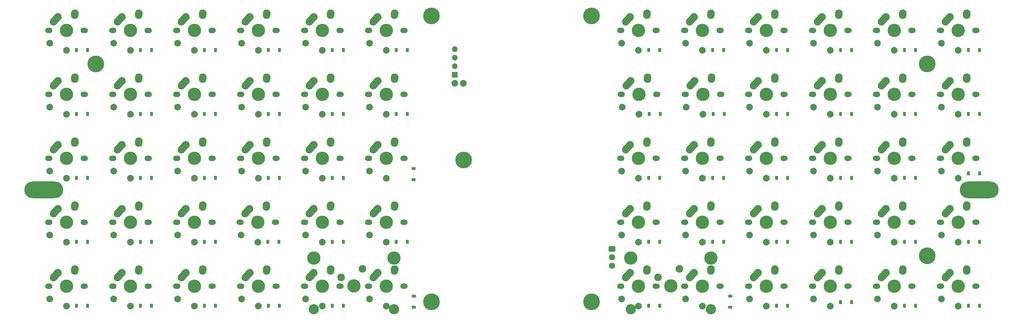
<source format=gbr>
%TF.GenerationSoftware,KiCad,Pcbnew,7.0.8-unknown-202310192121~e85eec2e6b~ubuntu22.04.1*%
%TF.CreationDate,2023-11-07T13:40:00+08:00*%
%TF.ProjectId,Cthulhu,43746875-6c68-4752-9e6b-696361645f70,rev?*%
%TF.SameCoordinates,Original*%
%TF.FileFunction,Soldermask,Bot*%
%TF.FilePolarity,Negative*%
%FSLAX46Y46*%
G04 Gerber Fmt 4.6, Leading zero omitted, Abs format (unit mm)*
G04 Created by KiCad (PCBNEW 7.0.8-unknown-202310192121~e85eec2e6b~ubuntu22.04.1) date 2023-11-07 13:40:00*
%MOMM*%
%LPD*%
G01*
G04 APERTURE LIST*
G04 Aperture macros list*
%AMRoundRect*
0 Rectangle with rounded corners*
0 $1 Rounding radius*
0 $2 $3 $4 $5 $6 $7 $8 $9 X,Y pos of 4 corners*
0 Add a 4 corners polygon primitive as box body*
4,1,4,$2,$3,$4,$5,$6,$7,$8,$9,$2,$3,0*
0 Add four circle primitives for the rounded corners*
1,1,$1+$1,$2,$3*
1,1,$1+$1,$4,$5*
1,1,$1+$1,$6,$7*
1,1,$1+$1,$8,$9*
0 Add four rect primitives between the rounded corners*
20,1,$1+$1,$2,$3,$4,$5,0*
20,1,$1+$1,$4,$5,$6,$7,0*
20,1,$1+$1,$6,$7,$8,$9,0*
20,1,$1+$1,$8,$9,$2,$3,0*%
%AMHorizOval*
0 Thick line with rounded ends*
0 $1 width*
0 $2 $3 position (X,Y) of the first rounded end (center of the circle)*
0 $4 $5 position (X,Y) of the second rounded end (center of the circle)*
0 Add line between two ends*
20,1,$1,$2,$3,$4,$5,0*
0 Add two circle primitives to create the rounded ends*
1,1,$1,$2,$3*
1,1,$1,$4,$5*%
G04 Aperture macros list end*
%ADD10O,11.600000X5.000000*%
%ADD11C,5.000000*%
%ADD12C,1.700000*%
%ADD13C,1.750000*%
%ADD14C,3.987800*%
%ADD15C,2.000000*%
%ADD16HorizOval,2.250000X0.019771X0.290016X-0.019771X-0.290016X0*%
%ADD17C,2.250000*%
%ADD18HorizOval,2.250000X0.654995X0.730004X-0.654995X-0.730004X0*%
%ADD19C,3.048000*%
%ADD20C,2.286000*%
%ADD21R,1.700000X1.700000*%
%ADD22O,1.700000X1.700000*%
%ADD23RoundRect,0.225000X0.225000X0.375000X-0.225000X0.375000X-0.225000X-0.375000X0.225000X-0.375000X0*%
%ADD24RoundRect,0.225000X0.375000X-0.225000X0.375000X0.225000X-0.375000X0.225000X-0.375000X-0.225000X0*%
%ADD25RoundRect,0.250000X-0.725000X0.600000X-0.725000X-0.600000X0.725000X-0.600000X0.725000X0.600000X0*%
%ADD26O,1.950000X1.700000*%
%ADD27RoundRect,0.225000X-0.375000X0.225000X-0.375000X-0.225000X0.375000X-0.225000X0.375000X0.225000X0*%
G04 APERTURE END LIST*
D10*
%TO.C,*%
X52800362Y-107029695D03*
%TD*%
D11*
%TO.C,*%
X215916124Y-140367223D03*
%TD*%
D10*
%TO.C,*%
X331406846Y-107029695D03*
%TD*%
D11*
%TO.C,*%
X168291084Y-55237464D03*
%TD*%
%TO.C,*%
X68278500Y-69524976D03*
%TD*%
%TO.C,*%
X315928708Y-126675024D03*
%TD*%
%TO.C,*%
X315928708Y-69524976D03*
%TD*%
%TO.C,*%
X215916124Y-55237464D03*
%TD*%
%TO.C,*%
X168291084Y-140367223D03*
%TD*%
%TO.C,*%
X177816092Y-98100000D03*
%TD*%
D12*
%TO.C,S41*%
X130225000Y-116675000D03*
X130225000Y-116675000D03*
D13*
X130645000Y-116675000D03*
X130645000Y-116675000D03*
D14*
X135725000Y-116675000D03*
X135725000Y-116675000D03*
D13*
X140805000Y-116675000D03*
X140805000Y-116675000D03*
D12*
X141225000Y-116675000D03*
X141225000Y-116675000D03*
D15*
X130725000Y-120475000D03*
D16*
X138244771Y-111884984D03*
D17*
X138265000Y-111595000D03*
D18*
X132569995Y-113404996D03*
D17*
X133225000Y-112675000D03*
D15*
X135725000Y-122575000D03*
%TD*%
D12*
%TO.C,S39*%
X92125000Y-116675000D03*
X92125000Y-116675000D03*
D13*
X92545000Y-116675000D03*
X92545000Y-116675000D03*
D14*
X97625000Y-116675000D03*
X97625000Y-116675000D03*
D13*
X102705000Y-116675000D03*
X102705000Y-116675000D03*
D12*
X103125000Y-116675000D03*
X103125000Y-116675000D03*
D15*
X92625000Y-120475000D03*
D16*
X100144771Y-111884984D03*
D17*
X100165000Y-111595000D03*
D18*
X94469995Y-113404996D03*
D17*
X95125000Y-112675000D03*
D15*
X97625000Y-122575000D03*
%TD*%
D12*
%TO.C,S9*%
X262541092Y-59525000D03*
X262541092Y-59525000D03*
D13*
X262961092Y-59525000D03*
X262961092Y-59525000D03*
D14*
X268041092Y-59525000D03*
X268041092Y-59525000D03*
D13*
X273121092Y-59525000D03*
X273121092Y-59525000D03*
D12*
X273541092Y-59525000D03*
X273541092Y-59525000D03*
D15*
X263041092Y-63325000D03*
D16*
X270560863Y-54734984D03*
D17*
X270581092Y-54445000D03*
D18*
X264886087Y-56254996D03*
D17*
X265541092Y-55525000D03*
D15*
X268041092Y-65425000D03*
%TD*%
D12*
%TO.C,S48*%
X319691092Y-116675000D03*
X319691092Y-116675000D03*
D13*
X320111092Y-116675000D03*
X320111092Y-116675000D03*
D14*
X325191092Y-116675000D03*
X325191092Y-116675000D03*
D13*
X330271092Y-116675000D03*
X330271092Y-116675000D03*
D12*
X330691092Y-116675000D03*
X330691092Y-116675000D03*
D15*
X320191092Y-120475000D03*
D16*
X327710863Y-111884984D03*
D17*
X327731092Y-111595000D03*
D18*
X322036087Y-113404996D03*
D17*
X322691092Y-112675000D03*
D15*
X325191092Y-122575000D03*
%TD*%
D12*
%TO.C,S58*%
X281591092Y-135725000D03*
X281591092Y-135725000D03*
D13*
X282011092Y-135725000D03*
X282011092Y-135725000D03*
D14*
X287091092Y-135725000D03*
X287091092Y-135725000D03*
D13*
X292171092Y-135725000D03*
X292171092Y-135725000D03*
D12*
X292591092Y-135725000D03*
X292591092Y-135725000D03*
D15*
X282091092Y-139525000D03*
D16*
X289610863Y-130934984D03*
D17*
X289631092Y-130645000D03*
D18*
X283936087Y-132454996D03*
D17*
X284591092Y-131725000D03*
D15*
X287091092Y-141625000D03*
%TD*%
D12*
%TO.C,S33*%
X262541092Y-97625000D03*
X262541092Y-97625000D03*
D13*
X262961092Y-97625000D03*
X262961092Y-97625000D03*
D14*
X268041092Y-97625000D03*
X268041092Y-97625000D03*
D13*
X273121092Y-97625000D03*
X273121092Y-97625000D03*
D12*
X273541092Y-97625000D03*
X273541092Y-97625000D03*
D15*
X263041092Y-101425000D03*
D16*
X270560863Y-92834984D03*
D17*
X270581092Y-92545000D03*
D18*
X264886087Y-94354996D03*
D17*
X265541092Y-93625000D03*
D15*
X268041092Y-103525000D03*
%TD*%
D12*
%TO.C,S1*%
X54025000Y-59525000D03*
X54025000Y-59525000D03*
D13*
X54445000Y-59525000D03*
X54445000Y-59525000D03*
D14*
X59525000Y-59525000D03*
X59525000Y-59525000D03*
D13*
X64605000Y-59525000D03*
X64605000Y-59525000D03*
D12*
X65025000Y-59525000D03*
X65025000Y-59525000D03*
D15*
X54525000Y-63325000D03*
D16*
X62044771Y-54734984D03*
D17*
X62065000Y-54445000D03*
D18*
X56369995Y-56254996D03*
D17*
X57025000Y-55525000D03*
D15*
X59525000Y-65425000D03*
%TD*%
D12*
%TO.C,S2*%
X73075000Y-59525000D03*
X73075000Y-59525000D03*
D13*
X73495000Y-59525000D03*
X73495000Y-59525000D03*
D14*
X78575000Y-59525000D03*
X78575000Y-59525000D03*
D13*
X83655000Y-59525000D03*
X83655000Y-59525000D03*
D12*
X84075000Y-59525000D03*
X84075000Y-59525000D03*
D15*
X73575000Y-63325000D03*
D16*
X81094771Y-54734984D03*
D17*
X81115000Y-54445000D03*
D18*
X75419995Y-56254996D03*
D17*
X76075000Y-55525000D03*
D15*
X78575000Y-65425000D03*
%TD*%
D12*
%TO.C,S57*%
X262541092Y-135725000D03*
X262541092Y-135725000D03*
D13*
X262961092Y-135725000D03*
X262961092Y-135725000D03*
D14*
X268041092Y-135725000D03*
X268041092Y-135725000D03*
D13*
X273121092Y-135725000D03*
X273121092Y-135725000D03*
D12*
X273541092Y-135725000D03*
X273541092Y-135725000D03*
D15*
X263041092Y-139525000D03*
D16*
X270560863Y-130934984D03*
D17*
X270581092Y-130645000D03*
D18*
X264886087Y-132454996D03*
D17*
X265541092Y-131725000D03*
D15*
X268041092Y-141625000D03*
%TD*%
D12*
%TO.C,S32*%
X243491092Y-97625000D03*
X243491092Y-97625000D03*
D13*
X243911092Y-97625000D03*
X243911092Y-97625000D03*
D14*
X248991092Y-97625000D03*
X248991092Y-97625000D03*
D13*
X254071092Y-97625000D03*
X254071092Y-97625000D03*
D12*
X254491092Y-97625000D03*
X254491092Y-97625000D03*
D15*
X243991092Y-101425000D03*
D16*
X251510863Y-92834984D03*
D17*
X251531092Y-92545000D03*
D18*
X245836087Y-94354996D03*
D17*
X246491092Y-93625000D03*
D15*
X248991092Y-103525000D03*
%TD*%
D12*
%TO.C,S60*%
X319691092Y-135725000D03*
X319691092Y-135725000D03*
D13*
X320111092Y-135725000D03*
X320111092Y-135725000D03*
D14*
X325191092Y-135725000D03*
X325191092Y-135725000D03*
D13*
X330271092Y-135725000D03*
X330271092Y-135725000D03*
D12*
X330691092Y-135725000D03*
X330691092Y-135725000D03*
D15*
X320191092Y-139525000D03*
D16*
X327710863Y-130934984D03*
D17*
X327731092Y-130645000D03*
D18*
X322036087Y-132454996D03*
D17*
X322691092Y-131725000D03*
D15*
X325191092Y-141625000D03*
%TD*%
D12*
%TO.C,S8*%
X243491092Y-59525000D03*
X243491092Y-59525000D03*
D13*
X243911092Y-59525000D03*
X243911092Y-59525000D03*
D14*
X248991092Y-59525000D03*
X248991092Y-59525000D03*
D13*
X254071092Y-59525000D03*
X254071092Y-59525000D03*
D12*
X254491092Y-59525000D03*
X254491092Y-59525000D03*
D15*
X243991092Y-63325000D03*
D16*
X251510863Y-54734984D03*
D17*
X251531092Y-54445000D03*
D18*
X245836087Y-56254996D03*
D17*
X246491092Y-55525000D03*
D15*
X248991092Y-65425000D03*
%TD*%
D12*
%TO.C,S30*%
X149275000Y-97625000D03*
X149275000Y-97625000D03*
D13*
X149695000Y-97625000D03*
X149695000Y-97625000D03*
D14*
X154775000Y-97625000D03*
X154775000Y-97625000D03*
D13*
X159855000Y-97625000D03*
X159855000Y-97625000D03*
D12*
X160275000Y-97625000D03*
X160275000Y-97625000D03*
D15*
X149775000Y-101425000D03*
D16*
X157294771Y-92834984D03*
D17*
X157315000Y-92545000D03*
D18*
X151619995Y-94354996D03*
D17*
X152275000Y-93625000D03*
D15*
X154775000Y-103525000D03*
%TD*%
D12*
%TO.C,S14*%
X73075000Y-78575000D03*
X73075000Y-78575000D03*
D13*
X73495000Y-78575000D03*
X73495000Y-78575000D03*
D14*
X78575000Y-78575000D03*
X78575000Y-78575000D03*
D13*
X83655000Y-78575000D03*
X83655000Y-78575000D03*
D12*
X84075000Y-78575000D03*
X84075000Y-78575000D03*
D15*
X73575000Y-82375000D03*
D16*
X81094771Y-73784984D03*
D17*
X81115000Y-73495000D03*
D18*
X75419995Y-75304996D03*
D17*
X76075000Y-74575000D03*
D15*
X78575000Y-84475000D03*
%TD*%
D12*
%TO.C,S28*%
X111175000Y-97625000D03*
X111175000Y-97625000D03*
D13*
X111595000Y-97625000D03*
X111595000Y-97625000D03*
D14*
X116675000Y-97625000D03*
X116675000Y-97625000D03*
D13*
X121755000Y-97625000D03*
X121755000Y-97625000D03*
D12*
X122175000Y-97625000D03*
X122175000Y-97625000D03*
D15*
X111675000Y-101425000D03*
D16*
X119194771Y-92834984D03*
D17*
X119215000Y-92545000D03*
D18*
X113519995Y-94354996D03*
D17*
X114175000Y-93625000D03*
D15*
X116675000Y-103525000D03*
%TD*%
D12*
%TO.C,S53*%
X130225000Y-135725000D03*
X130225000Y-135725000D03*
D13*
X130645000Y-135725000D03*
X130645000Y-135725000D03*
D14*
X135725000Y-135725000D03*
X135725000Y-135725000D03*
D13*
X140805000Y-135725000D03*
X140805000Y-135725000D03*
D12*
X141225000Y-135725000D03*
X141225000Y-135725000D03*
D15*
X130725000Y-139525000D03*
D16*
X138244771Y-130934984D03*
D17*
X138265000Y-130645000D03*
D18*
X132569995Y-132454996D03*
D17*
X133225000Y-131725000D03*
D15*
X135725000Y-141625000D03*
%TD*%
D12*
%TO.C,S50*%
X73075000Y-135725000D03*
X73075000Y-135725000D03*
D13*
X73495000Y-135725000D03*
X73495000Y-135725000D03*
D14*
X78575000Y-135725000D03*
X78575000Y-135725000D03*
D13*
X83655000Y-135725000D03*
X83655000Y-135725000D03*
D12*
X84075000Y-135725000D03*
X84075000Y-135725000D03*
D15*
X73575000Y-139525000D03*
D16*
X81094771Y-130934984D03*
D17*
X81115000Y-130645000D03*
D18*
X75419995Y-132454996D03*
D17*
X76075000Y-131725000D03*
D15*
X78575000Y-141625000D03*
%TD*%
D12*
%TO.C,S42*%
X149275000Y-116675000D03*
X149275000Y-116675000D03*
D13*
X149695000Y-116675000D03*
X149695000Y-116675000D03*
D14*
X154775000Y-116675000D03*
X154775000Y-116675000D03*
D13*
X159855000Y-116675000D03*
X159855000Y-116675000D03*
D12*
X160275000Y-116675000D03*
X160275000Y-116675000D03*
D15*
X149775000Y-120475000D03*
D16*
X157294771Y-111884984D03*
D17*
X157315000Y-111595000D03*
D18*
X151619995Y-113404996D03*
D17*
X152275000Y-112675000D03*
D15*
X154775000Y-122575000D03*
%TD*%
D12*
%TO.C,S22*%
X281591092Y-78575000D03*
X281591092Y-78575000D03*
D13*
X282011092Y-78575000D03*
X282011092Y-78575000D03*
D14*
X287091092Y-78575000D03*
X287091092Y-78575000D03*
D13*
X292171092Y-78575000D03*
X292171092Y-78575000D03*
D12*
X292591092Y-78575000D03*
X292591092Y-78575000D03*
D15*
X282091092Y-82375000D03*
D16*
X289610863Y-73784984D03*
D17*
X289631092Y-73495000D03*
D18*
X283936087Y-75304996D03*
D17*
X284591092Y-74575000D03*
D15*
X287091092Y-84475000D03*
%TD*%
D12*
%TO.C,S20*%
X243618092Y-78575000D03*
X243618092Y-78575000D03*
D13*
X244038092Y-78575000D03*
X244038092Y-78575000D03*
D14*
X249118092Y-78575000D03*
X249118092Y-78575000D03*
D13*
X254198092Y-78575000D03*
X254198092Y-78575000D03*
D12*
X254618092Y-78575000D03*
X254618092Y-78575000D03*
D15*
X244118092Y-82375000D03*
D16*
X251637863Y-73784984D03*
D17*
X251658092Y-73495000D03*
D18*
X245963087Y-75304996D03*
D17*
X246618092Y-74575000D03*
D15*
X249118092Y-84475000D03*
%TD*%
%TO.C,J4*%
X177786092Y-75275000D03*
X175246092Y-75275000D03*
%TD*%
D12*
%TO.C,S49*%
X54025000Y-135725000D03*
X54025000Y-135725000D03*
D13*
X54445000Y-135725000D03*
X54445000Y-135725000D03*
D14*
X59525000Y-135725000D03*
X59525000Y-135725000D03*
D13*
X64605000Y-135725000D03*
X64605000Y-135725000D03*
D12*
X65025000Y-135725000D03*
X65025000Y-135725000D03*
D15*
X54525000Y-139525000D03*
D16*
X62044771Y-130934984D03*
D17*
X62065000Y-130645000D03*
D18*
X56369995Y-132454996D03*
D17*
X57025000Y-131725000D03*
D15*
X59525000Y-141625000D03*
%TD*%
D12*
%TO.C,S45*%
X262541092Y-116675000D03*
X262541092Y-116675000D03*
D13*
X262961092Y-116675000D03*
X262961092Y-116675000D03*
D14*
X268041092Y-116675000D03*
X268041092Y-116675000D03*
D13*
X273121092Y-116675000D03*
X273121092Y-116675000D03*
D12*
X273541092Y-116675000D03*
X273541092Y-116675000D03*
D15*
X263041092Y-120475000D03*
D16*
X270560863Y-111884984D03*
D17*
X270581092Y-111595000D03*
D18*
X264886087Y-113404996D03*
D17*
X265541092Y-112675000D03*
D15*
X268041092Y-122575000D03*
%TD*%
D12*
%TO.C,S44*%
X243491092Y-116675000D03*
X243491092Y-116675000D03*
D13*
X243911092Y-116675000D03*
X243911092Y-116675000D03*
D14*
X248991092Y-116675000D03*
X248991092Y-116675000D03*
D13*
X254071092Y-116675000D03*
X254071092Y-116675000D03*
D12*
X254491092Y-116675000D03*
X254491092Y-116675000D03*
D15*
X243991092Y-120475000D03*
D16*
X251510863Y-111884984D03*
D17*
X251531092Y-111595000D03*
D18*
X245836087Y-113404996D03*
D17*
X246491092Y-112675000D03*
D15*
X248991092Y-122575000D03*
%TD*%
D12*
%TO.C,S23*%
X300641092Y-78575000D03*
X300641092Y-78575000D03*
D13*
X301061092Y-78575000D03*
X301061092Y-78575000D03*
D14*
X306141092Y-78575000D03*
X306141092Y-78575000D03*
D13*
X311221092Y-78575000D03*
X311221092Y-78575000D03*
D12*
X311641092Y-78575000D03*
X311641092Y-78575000D03*
D15*
X301141092Y-82375000D03*
D16*
X308660863Y-73784984D03*
D17*
X308681092Y-73495000D03*
D18*
X302986087Y-75304996D03*
D17*
X303641092Y-74575000D03*
D15*
X306141092Y-84475000D03*
%TD*%
D12*
%TO.C,S55*%
X224441092Y-135725000D03*
X224441092Y-135725000D03*
D13*
X224861092Y-135725000D03*
X224861092Y-135725000D03*
D14*
X229941092Y-135725000D03*
X229941092Y-135725000D03*
D13*
X235021092Y-135725000D03*
X235021092Y-135725000D03*
D12*
X235441092Y-135725000D03*
X235441092Y-135725000D03*
D15*
X224941092Y-139525000D03*
D16*
X232460863Y-130934984D03*
D17*
X232481092Y-130645000D03*
D18*
X226786087Y-132454996D03*
D17*
X227441092Y-131725000D03*
D15*
X229941092Y-141625000D03*
%TD*%
D12*
%TO.C,S18*%
X149275000Y-78575000D03*
X149275000Y-78575000D03*
D13*
X149695000Y-78575000D03*
X149695000Y-78575000D03*
D14*
X154775000Y-78575000D03*
X154775000Y-78575000D03*
D13*
X159855000Y-78575000D03*
X159855000Y-78575000D03*
D12*
X160275000Y-78575000D03*
X160275000Y-78575000D03*
D15*
X149775000Y-82375000D03*
D16*
X157294771Y-73784984D03*
D17*
X157315000Y-73495000D03*
D18*
X151619995Y-75304996D03*
D17*
X152275000Y-74575000D03*
D15*
X154775000Y-84475000D03*
%TD*%
D14*
%TO.C,S61*%
X133185000Y-127343000D03*
D19*
X133185000Y-142583000D03*
D14*
X145123000Y-135598000D03*
X157061000Y-127343000D03*
D19*
X157061000Y-142583000D03*
D20*
X147663000Y-130518000D03*
X141313000Y-133058000D03*
%TD*%
D12*
%TO.C,S13*%
X54025000Y-78575000D03*
X54025000Y-78575000D03*
D13*
X54445000Y-78575000D03*
X54445000Y-78575000D03*
D14*
X59525000Y-78575000D03*
X59525000Y-78575000D03*
D13*
X64605000Y-78575000D03*
X64605000Y-78575000D03*
D12*
X65025000Y-78575000D03*
X65025000Y-78575000D03*
D15*
X54525000Y-82375000D03*
D16*
X62044771Y-73784984D03*
D17*
X62065000Y-73495000D03*
D18*
X56369995Y-75304996D03*
D17*
X57025000Y-74575000D03*
D15*
X59525000Y-84475000D03*
%TD*%
D12*
%TO.C,S15*%
X92125000Y-78575000D03*
X92125000Y-78575000D03*
D13*
X92545000Y-78575000D03*
X92545000Y-78575000D03*
D14*
X97625000Y-78575000D03*
X97625000Y-78575000D03*
D13*
X102705000Y-78575000D03*
X102705000Y-78575000D03*
D12*
X103125000Y-78575000D03*
X103125000Y-78575000D03*
D15*
X92625000Y-82375000D03*
D16*
X100144771Y-73784984D03*
D17*
X100165000Y-73495000D03*
D18*
X94469995Y-75304996D03*
D17*
X95125000Y-74575000D03*
D15*
X97625000Y-84475000D03*
%TD*%
D12*
%TO.C,S38*%
X73075000Y-116675000D03*
X73075000Y-116675000D03*
D13*
X73495000Y-116675000D03*
X73495000Y-116675000D03*
D14*
X78575000Y-116675000D03*
X78575000Y-116675000D03*
D13*
X83655000Y-116675000D03*
X83655000Y-116675000D03*
D12*
X84075000Y-116675000D03*
X84075000Y-116675000D03*
D15*
X73575000Y-120475000D03*
D16*
X81094771Y-111884984D03*
D17*
X81115000Y-111595000D03*
D18*
X75419995Y-113404996D03*
D17*
X76075000Y-112675000D03*
D15*
X78575000Y-122575000D03*
%TD*%
D12*
%TO.C,S11*%
X300641092Y-59525000D03*
X300641092Y-59525000D03*
D13*
X301061092Y-59525000D03*
X301061092Y-59525000D03*
D14*
X306141092Y-59525000D03*
X306141092Y-59525000D03*
D13*
X311221092Y-59525000D03*
X311221092Y-59525000D03*
D12*
X311641092Y-59525000D03*
X311641092Y-59525000D03*
D15*
X301141092Y-63325000D03*
D16*
X308660863Y-54734984D03*
D17*
X308681092Y-54445000D03*
D18*
X302986087Y-56254996D03*
D17*
X303641092Y-55525000D03*
D15*
X306141092Y-65425000D03*
%TD*%
D12*
%TO.C,S26*%
X73075000Y-97625000D03*
X73075000Y-97625000D03*
D13*
X73495000Y-97625000D03*
X73495000Y-97625000D03*
D14*
X78575000Y-97625000D03*
X78575000Y-97625000D03*
D13*
X83655000Y-97625000D03*
X83655000Y-97625000D03*
D12*
X84075000Y-97625000D03*
X84075000Y-97625000D03*
D15*
X73575000Y-101425000D03*
D16*
X81094771Y-92834984D03*
D17*
X81115000Y-92545000D03*
D18*
X75419995Y-94354996D03*
D17*
X76075000Y-93625000D03*
D15*
X78575000Y-103525000D03*
%TD*%
D12*
%TO.C,S12*%
X319691092Y-59525000D03*
X319691092Y-59525000D03*
D13*
X320111092Y-59525000D03*
X320111092Y-59525000D03*
D14*
X325191092Y-59525000D03*
X325191092Y-59525000D03*
D13*
X330271092Y-59525000D03*
X330271092Y-59525000D03*
D12*
X330691092Y-59525000D03*
X330691092Y-59525000D03*
D15*
X320191092Y-63325000D03*
D16*
X327710863Y-54734984D03*
D17*
X327731092Y-54445000D03*
D18*
X322036087Y-56254996D03*
D17*
X322691092Y-55525000D03*
D15*
X325191092Y-65425000D03*
%TD*%
D12*
%TO.C,S25*%
X54025000Y-97625000D03*
X54025000Y-97625000D03*
D13*
X54445000Y-97625000D03*
X54445000Y-97625000D03*
D14*
X59525000Y-97625000D03*
X59525000Y-97625000D03*
D13*
X64605000Y-97625000D03*
X64605000Y-97625000D03*
D12*
X65025000Y-97625000D03*
X65025000Y-97625000D03*
D15*
X54525000Y-101425000D03*
D16*
X62044771Y-92834984D03*
D17*
X62065000Y-92545000D03*
D18*
X56369995Y-94354996D03*
D17*
X57025000Y-93625000D03*
D15*
X59525000Y-103525000D03*
%TD*%
D14*
%TO.C,S62*%
X227655092Y-127343000D03*
D19*
X227655092Y-142583000D03*
D14*
X239593092Y-135598000D03*
X251531092Y-127343000D03*
D19*
X251531092Y-142583000D03*
D20*
X242133092Y-130518000D03*
X235783092Y-133058000D03*
%TD*%
D12*
%TO.C,S6*%
X149275000Y-59525000D03*
X149275000Y-59525000D03*
D13*
X149695000Y-59525000D03*
X149695000Y-59525000D03*
D14*
X154775000Y-59525000D03*
X154775000Y-59525000D03*
D13*
X159855000Y-59525000D03*
X159855000Y-59525000D03*
D12*
X160275000Y-59525000D03*
X160275000Y-59525000D03*
D15*
X149775000Y-63325000D03*
D16*
X157294771Y-54734984D03*
D17*
X157315000Y-54445000D03*
D18*
X151619995Y-56254996D03*
D17*
X152275000Y-55525000D03*
D15*
X154775000Y-65425000D03*
%TD*%
D12*
%TO.C,S52*%
X111175000Y-135725000D03*
X111175000Y-135725000D03*
D13*
X111595000Y-135725000D03*
X111595000Y-135725000D03*
D14*
X116675000Y-135725000D03*
X116675000Y-135725000D03*
D13*
X121755000Y-135725000D03*
X121755000Y-135725000D03*
D12*
X122175000Y-135725000D03*
X122175000Y-135725000D03*
D15*
X111675000Y-139525000D03*
D16*
X119194771Y-130934984D03*
D17*
X119215000Y-130645000D03*
D18*
X113519995Y-132454996D03*
D17*
X114175000Y-131725000D03*
D15*
X116675000Y-141625000D03*
%TD*%
D12*
%TO.C,S36*%
X319691092Y-97625000D03*
X319691092Y-97625000D03*
D13*
X320111092Y-97625000D03*
X320111092Y-97625000D03*
D14*
X325191092Y-97625000D03*
X325191092Y-97625000D03*
D13*
X330271092Y-97625000D03*
X330271092Y-97625000D03*
D12*
X330691092Y-97625000D03*
X330691092Y-97625000D03*
D15*
X320191092Y-101425000D03*
D16*
X327710863Y-92834984D03*
D17*
X327731092Y-92545000D03*
D18*
X322036087Y-94354996D03*
D17*
X322691092Y-93625000D03*
D15*
X325191092Y-103525000D03*
%TD*%
D12*
%TO.C,S27*%
X92125000Y-97625000D03*
X92125000Y-97625000D03*
D13*
X92545000Y-97625000D03*
X92545000Y-97625000D03*
D14*
X97625000Y-97625000D03*
X97625000Y-97625000D03*
D13*
X102705000Y-97625000D03*
X102705000Y-97625000D03*
D12*
X103125000Y-97625000D03*
X103125000Y-97625000D03*
D15*
X92625000Y-101425000D03*
D16*
X100144771Y-92834984D03*
D17*
X100165000Y-92545000D03*
D18*
X94469995Y-94354996D03*
D17*
X95125000Y-93625000D03*
D15*
X97625000Y-103525000D03*
%TD*%
D12*
%TO.C,S59*%
X300641092Y-135725000D03*
X300641092Y-135725000D03*
D13*
X301061092Y-135725000D03*
X301061092Y-135725000D03*
D14*
X306141092Y-135725000D03*
X306141092Y-135725000D03*
D13*
X311221092Y-135725000D03*
X311221092Y-135725000D03*
D12*
X311641092Y-135725000D03*
X311641092Y-135725000D03*
D15*
X301141092Y-139525000D03*
D16*
X308660863Y-130934984D03*
D17*
X308681092Y-130645000D03*
D18*
X302986087Y-132454996D03*
D17*
X303641092Y-131725000D03*
D15*
X306141092Y-141625000D03*
%TD*%
D12*
%TO.C,S43*%
X224441092Y-116675000D03*
X224441092Y-116675000D03*
D13*
X224861092Y-116675000D03*
X224861092Y-116675000D03*
D14*
X229941092Y-116675000D03*
X229941092Y-116675000D03*
D13*
X235021092Y-116675000D03*
X235021092Y-116675000D03*
D12*
X235441092Y-116675000D03*
X235441092Y-116675000D03*
D15*
X224941092Y-120475000D03*
D16*
X232460863Y-111884984D03*
D17*
X232481092Y-111595000D03*
D18*
X226786087Y-113404996D03*
D17*
X227441092Y-112675000D03*
D15*
X229941092Y-122575000D03*
%TD*%
D12*
%TO.C,S24*%
X319691092Y-78575000D03*
X319691092Y-78575000D03*
D13*
X320111092Y-78575000D03*
X320111092Y-78575000D03*
D14*
X325191092Y-78575000D03*
X325191092Y-78575000D03*
D13*
X330271092Y-78575000D03*
X330271092Y-78575000D03*
D12*
X330691092Y-78575000D03*
X330691092Y-78575000D03*
D15*
X320191092Y-82375000D03*
D16*
X327710863Y-73784984D03*
D17*
X327731092Y-73495000D03*
D18*
X322036087Y-75304996D03*
D17*
X322691092Y-74575000D03*
D15*
X325191092Y-84475000D03*
%TD*%
D12*
%TO.C,S16*%
X111175000Y-78575000D03*
X111175000Y-78575000D03*
D13*
X111595000Y-78575000D03*
X111595000Y-78575000D03*
D14*
X116675000Y-78575000D03*
X116675000Y-78575000D03*
D13*
X121755000Y-78575000D03*
X121755000Y-78575000D03*
D12*
X122175000Y-78575000D03*
X122175000Y-78575000D03*
D15*
X111675000Y-82375000D03*
D16*
X119194771Y-73784984D03*
D17*
X119215000Y-73495000D03*
D18*
X113519995Y-75304996D03*
D17*
X114175000Y-74575000D03*
D15*
X116675000Y-84475000D03*
%TD*%
D12*
%TO.C,S4*%
X111175000Y-59525000D03*
X111175000Y-59525000D03*
D13*
X111595000Y-59525000D03*
X111595000Y-59525000D03*
D14*
X116675000Y-59525000D03*
X116675000Y-59525000D03*
D13*
X121755000Y-59525000D03*
X121755000Y-59525000D03*
D12*
X122175000Y-59525000D03*
X122175000Y-59525000D03*
D15*
X111675000Y-63325000D03*
D16*
X119194771Y-54734984D03*
D17*
X119215000Y-54445000D03*
D18*
X113519995Y-56254996D03*
D17*
X114175000Y-55525000D03*
D15*
X116675000Y-65425000D03*
%TD*%
D12*
%TO.C,S51*%
X92125000Y-135725000D03*
X92125000Y-135725000D03*
D13*
X92545000Y-135725000D03*
X92545000Y-135725000D03*
D14*
X97625000Y-135725000D03*
X97625000Y-135725000D03*
D13*
X102705000Y-135725000D03*
X102705000Y-135725000D03*
D12*
X103125000Y-135725000D03*
X103125000Y-135725000D03*
D15*
X92625000Y-139525000D03*
D16*
X100144771Y-130934984D03*
D17*
X100165000Y-130645000D03*
D18*
X94469995Y-132454996D03*
D17*
X95125000Y-131725000D03*
D15*
X97625000Y-141625000D03*
%TD*%
D12*
%TO.C,S40*%
X111048000Y-116675000D03*
X111048000Y-116675000D03*
D13*
X111468000Y-116675000D03*
X111468000Y-116675000D03*
D14*
X116548000Y-116675000D03*
X116548000Y-116675000D03*
D13*
X121628000Y-116675000D03*
X121628000Y-116675000D03*
D12*
X122048000Y-116675000D03*
X122048000Y-116675000D03*
D15*
X111548000Y-120475000D03*
D16*
X119067771Y-111884984D03*
D17*
X119088000Y-111595000D03*
D18*
X113392995Y-113404996D03*
D17*
X114048000Y-112675000D03*
D15*
X116548000Y-122575000D03*
%TD*%
D12*
%TO.C,S10*%
X281591092Y-59525000D03*
X281591092Y-59525000D03*
D13*
X282011092Y-59525000D03*
X282011092Y-59525000D03*
D14*
X287091092Y-59525000D03*
X287091092Y-59525000D03*
D13*
X292171092Y-59525000D03*
X292171092Y-59525000D03*
D12*
X292591092Y-59525000D03*
X292591092Y-59525000D03*
D15*
X282091092Y-63325000D03*
D16*
X289610863Y-54734984D03*
D17*
X289631092Y-54445000D03*
D18*
X283936087Y-56254996D03*
D17*
X284591092Y-55525000D03*
D15*
X287091092Y-65425000D03*
%TD*%
D12*
%TO.C,S31*%
X224441092Y-97625000D03*
X224441092Y-97625000D03*
D13*
X224861092Y-97625000D03*
X224861092Y-97625000D03*
D14*
X229941092Y-97625000D03*
X229941092Y-97625000D03*
D13*
X235021092Y-97625000D03*
X235021092Y-97625000D03*
D12*
X235441092Y-97625000D03*
X235441092Y-97625000D03*
D15*
X224941092Y-101425000D03*
D16*
X232460863Y-92834984D03*
D17*
X232481092Y-92545000D03*
D18*
X226786087Y-94354996D03*
D17*
X227441092Y-93625000D03*
D15*
X229941092Y-103525000D03*
%TD*%
D12*
%TO.C,S29*%
X130225000Y-97625000D03*
X130225000Y-97625000D03*
D13*
X130645000Y-97625000D03*
X130645000Y-97625000D03*
D14*
X135725000Y-97625000D03*
X135725000Y-97625000D03*
D13*
X140805000Y-97625000D03*
X140805000Y-97625000D03*
D12*
X141225000Y-97625000D03*
X141225000Y-97625000D03*
D15*
X130725000Y-101425000D03*
D16*
X138244771Y-92834984D03*
D17*
X138265000Y-92545000D03*
D18*
X132569995Y-94354996D03*
D17*
X133225000Y-93625000D03*
D15*
X135725000Y-103525000D03*
%TD*%
D12*
%TO.C,S37*%
X54025000Y-116675000D03*
X54025000Y-116675000D03*
D13*
X54445000Y-116675000D03*
X54445000Y-116675000D03*
D14*
X59525000Y-116675000D03*
X59525000Y-116675000D03*
D13*
X64605000Y-116675000D03*
X64605000Y-116675000D03*
D12*
X65025000Y-116675000D03*
X65025000Y-116675000D03*
D15*
X54525000Y-120475000D03*
D16*
X62044771Y-111884984D03*
D17*
X62065000Y-111595000D03*
D18*
X56369995Y-113404996D03*
D17*
X57025000Y-112675000D03*
D15*
X59525000Y-122575000D03*
%TD*%
D12*
%TO.C,S3*%
X92125000Y-59525000D03*
X92125000Y-59525000D03*
D13*
X92545000Y-59525000D03*
X92545000Y-59525000D03*
D14*
X97625000Y-59525000D03*
X97625000Y-59525000D03*
D13*
X102705000Y-59525000D03*
X102705000Y-59525000D03*
D12*
X103125000Y-59525000D03*
X103125000Y-59525000D03*
D15*
X92625000Y-63325000D03*
D16*
X100144771Y-54734984D03*
D17*
X100165000Y-54445000D03*
D18*
X94469995Y-56254996D03*
D17*
X95125000Y-55525000D03*
D15*
X97625000Y-65425000D03*
%TD*%
D12*
%TO.C,S35*%
X300641092Y-97625000D03*
X300641092Y-97625000D03*
D13*
X301061092Y-97625000D03*
X301061092Y-97625000D03*
D14*
X306141092Y-97625000D03*
X306141092Y-97625000D03*
D13*
X311221092Y-97625000D03*
X311221092Y-97625000D03*
D12*
X311641092Y-97625000D03*
X311641092Y-97625000D03*
D15*
X301141092Y-101425000D03*
D16*
X308660863Y-92834984D03*
D17*
X308681092Y-92545000D03*
D18*
X302986087Y-94354996D03*
D17*
X303641092Y-93625000D03*
D15*
X306141092Y-103525000D03*
%TD*%
D12*
%TO.C,S46*%
X281591092Y-116675000D03*
X281591092Y-116675000D03*
D13*
X282011092Y-116675000D03*
X282011092Y-116675000D03*
D14*
X287091092Y-116675000D03*
X287091092Y-116675000D03*
D13*
X292171092Y-116675000D03*
X292171092Y-116675000D03*
D12*
X292591092Y-116675000D03*
X292591092Y-116675000D03*
D15*
X282091092Y-120475000D03*
D16*
X289610863Y-111884984D03*
D17*
X289631092Y-111595000D03*
D18*
X283936087Y-113404996D03*
D17*
X284591092Y-112675000D03*
D15*
X287091092Y-122575000D03*
%TD*%
D12*
%TO.C,S21*%
X262541092Y-78575000D03*
X262541092Y-78575000D03*
D13*
X262961092Y-78575000D03*
X262961092Y-78575000D03*
D14*
X268041092Y-78575000D03*
X268041092Y-78575000D03*
D13*
X273121092Y-78575000D03*
X273121092Y-78575000D03*
D12*
X273541092Y-78575000D03*
X273541092Y-78575000D03*
D15*
X263041092Y-82375000D03*
D16*
X270560863Y-73784984D03*
D17*
X270581092Y-73495000D03*
D18*
X264886087Y-75304996D03*
D17*
X265541092Y-74575000D03*
D15*
X268041092Y-84475000D03*
%TD*%
D12*
%TO.C,S56*%
X243491092Y-135725000D03*
X243491092Y-135725000D03*
D13*
X243911092Y-135725000D03*
X243911092Y-135725000D03*
D14*
X248991092Y-135725000D03*
X248991092Y-135725000D03*
D13*
X254071092Y-135725000D03*
X254071092Y-135725000D03*
D12*
X254491092Y-135725000D03*
X254491092Y-135725000D03*
D15*
X243991092Y-139525000D03*
D16*
X251510863Y-130934984D03*
D17*
X251531092Y-130645000D03*
D18*
X245836087Y-132454996D03*
D17*
X246491092Y-131725000D03*
D15*
X248991092Y-141625000D03*
%TD*%
D12*
%TO.C,S17*%
X130225000Y-78575000D03*
X130225000Y-78575000D03*
D13*
X130645000Y-78575000D03*
X130645000Y-78575000D03*
D14*
X135725000Y-78575000D03*
X135725000Y-78575000D03*
D13*
X140805000Y-78575000D03*
X140805000Y-78575000D03*
D12*
X141225000Y-78575000D03*
X141225000Y-78575000D03*
D15*
X130725000Y-82375000D03*
D16*
X138244771Y-73784984D03*
D17*
X138265000Y-73495000D03*
D18*
X132569995Y-75304996D03*
D17*
X133225000Y-74575000D03*
D15*
X135725000Y-84475000D03*
%TD*%
D21*
%TO.C,J3*%
X175236092Y-72720000D03*
D22*
X175236092Y-70180000D03*
X175236092Y-67640000D03*
X175236092Y-65100000D03*
%TD*%
D12*
%TO.C,S19*%
X224568092Y-78575000D03*
X224568092Y-78575000D03*
D13*
X224988092Y-78575000D03*
X224988092Y-78575000D03*
D14*
X230068092Y-78575000D03*
X230068092Y-78575000D03*
D13*
X235148092Y-78575000D03*
X235148092Y-78575000D03*
D12*
X235568092Y-78575000D03*
X235568092Y-78575000D03*
D15*
X225068092Y-82375000D03*
D16*
X232587863Y-73784984D03*
D17*
X232608092Y-73495000D03*
D18*
X226913087Y-75304996D03*
D17*
X227568092Y-74575000D03*
D15*
X230068092Y-84475000D03*
%TD*%
D12*
%TO.C,S5*%
X130225000Y-59525000D03*
X130225000Y-59525000D03*
D13*
X130645000Y-59525000D03*
X130645000Y-59525000D03*
D14*
X135725000Y-59525000D03*
X135725000Y-59525000D03*
D13*
X140805000Y-59525000D03*
X140805000Y-59525000D03*
D12*
X141225000Y-59525000D03*
X141225000Y-59525000D03*
D15*
X130725000Y-63325000D03*
D16*
X138244771Y-54734984D03*
D17*
X138265000Y-54445000D03*
D18*
X132569995Y-56254996D03*
D17*
X133225000Y-55525000D03*
D15*
X135725000Y-65425000D03*
%TD*%
D12*
%TO.C,S47*%
X300641092Y-116675000D03*
X300641092Y-116675000D03*
D13*
X301061092Y-116675000D03*
X301061092Y-116675000D03*
D14*
X306141092Y-116675000D03*
X306141092Y-116675000D03*
D13*
X311221092Y-116675000D03*
X311221092Y-116675000D03*
D12*
X311641092Y-116675000D03*
X311641092Y-116675000D03*
D15*
X301141092Y-120475000D03*
D16*
X308660863Y-111884984D03*
D17*
X308681092Y-111595000D03*
D18*
X302986087Y-113404996D03*
D17*
X303641092Y-112675000D03*
D15*
X306141092Y-122575000D03*
%TD*%
D12*
%TO.C,S54*%
X149275000Y-135725000D03*
X149275000Y-135725000D03*
D13*
X149695000Y-135725000D03*
X149695000Y-135725000D03*
D14*
X154775000Y-135725000D03*
X154775000Y-135725000D03*
D13*
X159855000Y-135725000D03*
X159855000Y-135725000D03*
D12*
X160275000Y-135725000D03*
X160275000Y-135725000D03*
D15*
X149775000Y-139525000D03*
D16*
X157294771Y-130934984D03*
D17*
X157315000Y-130645000D03*
D18*
X151619995Y-132454996D03*
D17*
X152275000Y-131725000D03*
D15*
X154775000Y-141625000D03*
%TD*%
D12*
%TO.C,S7*%
X224441092Y-59525000D03*
X224441092Y-59525000D03*
D13*
X224861092Y-59525000D03*
X224861092Y-59525000D03*
D14*
X229941092Y-59525000D03*
X229941092Y-59525000D03*
D13*
X235021092Y-59525000D03*
X235021092Y-59525000D03*
D12*
X235441092Y-59525000D03*
X235441092Y-59525000D03*
D15*
X224941092Y-63325000D03*
D16*
X232460863Y-54734984D03*
D17*
X232481092Y-54445000D03*
D18*
X226786087Y-56254996D03*
D17*
X227441092Y-55525000D03*
D15*
X229941092Y-65425000D03*
%TD*%
D12*
%TO.C,S34*%
X281591092Y-97625000D03*
X281591092Y-97625000D03*
D13*
X282011092Y-97625000D03*
X282011092Y-97625000D03*
D14*
X287091092Y-97625000D03*
X287091092Y-97625000D03*
D13*
X292171092Y-97625000D03*
X292171092Y-97625000D03*
D12*
X292591092Y-97625000D03*
X292591092Y-97625000D03*
D15*
X282091092Y-101425000D03*
D16*
X289610863Y-92834984D03*
D17*
X289631092Y-92545000D03*
D18*
X283936087Y-94354996D03*
D17*
X284591092Y-93625000D03*
D15*
X287091092Y-103525000D03*
%TD*%
D23*
%TO.C,D30*%
X142016092Y-103450000D03*
X138716092Y-103450000D03*
%TD*%
%TO.C,D48*%
X312441092Y-122525000D03*
X309141092Y-122525000D03*
%TD*%
%TO.C,D18*%
X142016092Y-84400000D03*
X138716092Y-84400000D03*
%TD*%
%TO.C,D25*%
X331507184Y-84400000D03*
X328207184Y-84400000D03*
%TD*%
%TO.C,D36*%
X312466092Y-103425000D03*
X309166092Y-103425000D03*
%TD*%
D24*
%TO.C,D55*%
X163016542Y-142024308D03*
X163016542Y-138724308D03*
%TD*%
D23*
%TO.C,D49*%
X331491092Y-122525000D03*
X328191092Y-122525000D03*
%TD*%
%TO.C,D28*%
X103941092Y-103475000D03*
X100641092Y-103475000D03*
%TD*%
%TO.C,D34*%
X274341092Y-103500000D03*
X271041092Y-103500000D03*
%TD*%
%TO.C,D20*%
X236384184Y-84425000D03*
X233084184Y-84425000D03*
%TD*%
D25*
%TO.C,J2*%
X222041092Y-124600000D03*
D26*
X222041092Y-127100000D03*
X222041092Y-129600000D03*
%TD*%
D23*
%TO.C,D44*%
X236266092Y-122525000D03*
X232966092Y-122525000D03*
%TD*%
%TO.C,D2*%
X65816092Y-65350000D03*
X62516092Y-65350000D03*
%TD*%
%TO.C,D40*%
X103925000Y-122525000D03*
X100625000Y-122525000D03*
%TD*%
%TO.C,D6*%
X142016092Y-65350000D03*
X138716092Y-65350000D03*
%TD*%
%TO.C,D29*%
X122966092Y-103475000D03*
X119666092Y-103475000D03*
%TD*%
%TO.C,D46*%
X274341092Y-122525000D03*
X271041092Y-122525000D03*
%TD*%
%TO.C,D12*%
X312457184Y-65350000D03*
X309157184Y-65350000D03*
%TD*%
%TO.C,D56*%
X236241092Y-141575000D03*
X232941092Y-141575000D03*
%TD*%
%TO.C,D17*%
X122966092Y-84425000D03*
X119666092Y-84425000D03*
%TD*%
%TO.C,D26*%
X65816908Y-103472032D03*
X62516908Y-103472032D03*
%TD*%
%TO.C,D60*%
X312441092Y-141575000D03*
X309141092Y-141575000D03*
%TD*%
%TO.C,D27*%
X84866092Y-103475000D03*
X81566092Y-103475000D03*
%TD*%
%TO.C,D38*%
X65850000Y-122500000D03*
X62550000Y-122500000D03*
%TD*%
%TO.C,D23*%
X293382184Y-84400000D03*
X290082184Y-84400000D03*
%TD*%
%TO.C,D16*%
X103916092Y-84425000D03*
X100616092Y-84425000D03*
%TD*%
%TO.C,D7*%
X161066092Y-65375000D03*
X157766092Y-65375000D03*
%TD*%
%TO.C,D3*%
X84866092Y-65350000D03*
X81566092Y-65350000D03*
%TD*%
%TO.C,D61*%
X331491092Y-141575000D03*
X328191092Y-141575000D03*
%TD*%
%TO.C,D58*%
X274341092Y-141575000D03*
X271041092Y-141575000D03*
%TD*%
%TO.C,D42*%
X142025000Y-122500000D03*
X138725000Y-122500000D03*
%TD*%
%TO.C,D51*%
X84875000Y-141575000D03*
X81575000Y-141575000D03*
%TD*%
%TO.C,D39*%
X84875000Y-122500000D03*
X81575000Y-122500000D03*
%TD*%
%TO.C,D53*%
X122975000Y-141600000D03*
X119675000Y-141600000D03*
%TD*%
%TO.C,D13*%
X331482184Y-65350000D03*
X328182184Y-65350000D03*
%TD*%
%TO.C,D15*%
X84866092Y-84425000D03*
X81566092Y-84425000D03*
%TD*%
%TO.C,D35*%
X293391092Y-103475000D03*
X290091092Y-103475000D03*
%TD*%
%TO.C,D11*%
X293382184Y-65350000D03*
X290082184Y-65350000D03*
%TD*%
%TO.C,D47*%
X293391092Y-122525000D03*
X290091092Y-122525000D03*
%TD*%
%TO.C,D45*%
X255291092Y-122525000D03*
X251991092Y-122525000D03*
%TD*%
%TO.C,D41*%
X122841092Y-122550000D03*
X119541092Y-122550000D03*
%TD*%
%TO.C,D10*%
X274332184Y-65375000D03*
X271032184Y-65375000D03*
%TD*%
%TO.C,D59*%
X293416092Y-140425000D03*
X290116092Y-140425000D03*
%TD*%
%TO.C,D14*%
X65816092Y-84425000D03*
X62516092Y-84425000D03*
%TD*%
%TO.C,D5*%
X122966092Y-65375000D03*
X119666092Y-65375000D03*
%TD*%
%TO.C,D50*%
X65825000Y-141575000D03*
X62525000Y-141575000D03*
%TD*%
%TO.C,D4*%
X103916092Y-65350000D03*
X100616092Y-65350000D03*
%TD*%
%TO.C,D54*%
X142025000Y-141550000D03*
X138725000Y-141550000D03*
%TD*%
D27*
%TO.C,D31*%
X162966092Y-100650000D03*
X162966092Y-103950000D03*
%TD*%
D23*
%TO.C,D21*%
X255434184Y-84425000D03*
X252134184Y-84425000D03*
%TD*%
D27*
%TO.C,D57*%
X257216092Y-138725000D03*
X257216092Y-142025000D03*
%TD*%
D23*
%TO.C,D22*%
X274332184Y-84425000D03*
X271032184Y-84425000D03*
%TD*%
%TO.C,D32*%
X236241092Y-103475000D03*
X232941092Y-103475000D03*
%TD*%
%TO.C,D8*%
X236232184Y-65375000D03*
X232932184Y-65375000D03*
%TD*%
%TO.C,D37*%
X331466092Y-102150000D03*
X328166092Y-102150000D03*
%TD*%
%TO.C,D9*%
X255282184Y-65375000D03*
X251982184Y-65375000D03*
%TD*%
%TO.C,D24*%
X312432184Y-84425000D03*
X309132184Y-84425000D03*
%TD*%
%TO.C,D19*%
X161066092Y-84425000D03*
X157766092Y-84425000D03*
%TD*%
%TO.C,D33*%
X255291092Y-103450000D03*
X251991092Y-103450000D03*
%TD*%
%TO.C,D52*%
X103925000Y-141575000D03*
X100625000Y-141575000D03*
%TD*%
%TO.C,D43*%
X161075000Y-122525000D03*
X157775000Y-122525000D03*
%TD*%
M02*

</source>
